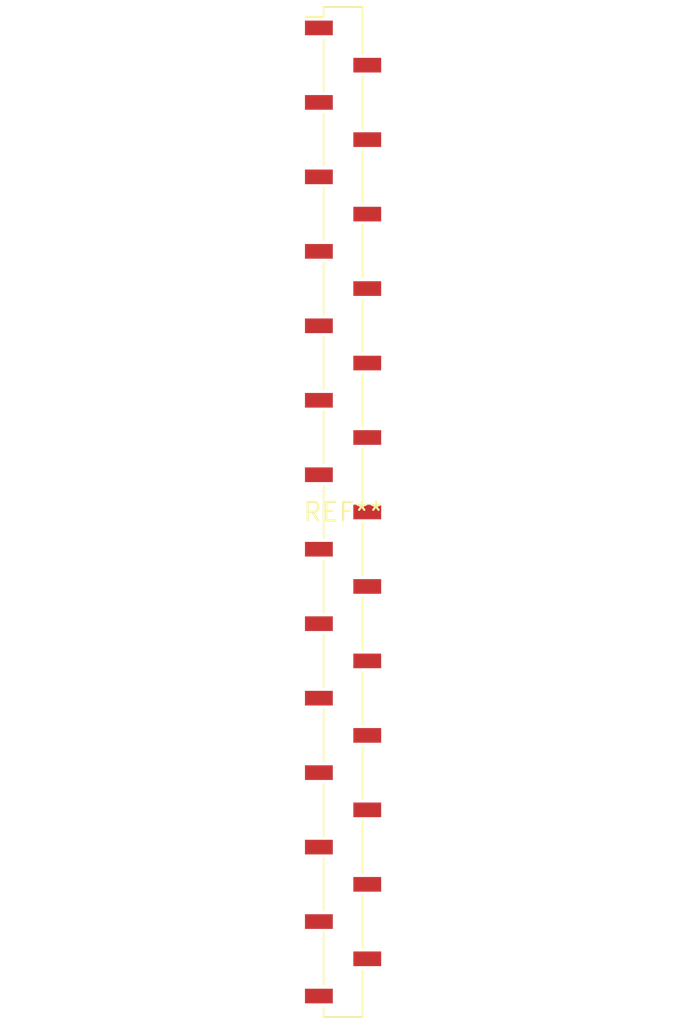
<source format=kicad_pcb>
(kicad_pcb (version 20240108) (generator pcbnew)
  (layers (0 "F.Cu" signal) (31 "B.Cu" signal) (34 "B.Paste" user) (35 "F.Paste" user) (36 "B.SilkS" user "B.Silkscreen") (37 "F.SilkS" user "F.Silkscreen") (38 "B.Mask" user) (39 "F.Mask" user) (44 "Edge.Cuts" user))
  (net 0 "")
  (footprint "PinSocket_1x27_P2.54mm_Vertical_SMD_Pin1Left" (layer "F.Cu") (at 0 0)
    (property "Reference" "REF**")
    (property "Value" "PinSocket_1x27_P2.54mm_Vertical_SMD_Pin1Left")
    (fp_line (start -2.54 -33.78) (end -1.33 -33.78) (layer "F.SilkS") (stroke (width 0.12)))
    (fp_line (start -1.33 -34.45) (end -1.33 -33.78) (layer "F.SilkS") (stroke (width 0.12)))
    (fp_line (start -1.33 -34.45) (end 1.33 -34.45) (layer "F.SilkS") (stroke (width 0.12)))
    (fp_line (start -1.33 -32.26) (end -1.33 -28.7) (layer "F.SilkS") (stroke (width 0.12)))
    (fp_line (start -1.33 -27.18) (end -1.33 -23.62) (layer "F.SilkS") (stroke (width 0.12)))
    (fp_line (start -1.33 -22.1) (end -1.33 -18.54) (layer "F.SilkS") (stroke (width 0.12)))
    (fp_line (start -1.33 -17.02) (end -1.33 -13.46) (layer "F.SilkS") (stroke (width 0.12)))
    (fp_line (start -1.33 -11.94) (end -1.33 -8.38) (layer "F.SilkS") (stroke (width 0.12)))
    (fp_line (start -1.33 -6.86) (end -1.33 -3.3) (layer "F.SilkS") (stroke (width 0.12)))
    (fp_line (start -1.33 -1.78) (end -1.33 1.78) (layer "F.SilkS") (stroke (width 0.12)))
    (fp_line (start -1.33 3.3) (end -1.33 6.86) (layer "F.SilkS") (stroke (width 0.12)))
    (fp_line (start -1.33 8.38) (end -1.33 11.94) (layer "F.SilkS") (stroke (width 0.12)))
    (fp_line (start -1.33 13.46) (end -1.33 17.02) (layer "F.SilkS") (stroke (width 0.12)))
    (fp_line (start -1.33 18.54) (end -1.33 22.1) (layer "F.SilkS") (stroke (width 0.12)))
    (fp_line (start -1.33 23.62) (end -1.33 27.18) (layer "F.SilkS") (stroke (width 0.12)))
    (fp_line (start -1.33 28.7) (end -1.33 32.26) (layer "F.SilkS") (stroke (width 0.12)))
    (fp_line (start -1.33 33.78) (end -1.33 34.45) (layer "F.SilkS") (stroke (width 0.12)))
    (fp_line (start -1.33 34.45) (end 1.33 34.45) (layer "F.SilkS") (stroke (width 0.12)))
    (fp_line (start 1.33 -34.45) (end 1.33 -31.24) (layer "F.SilkS") (stroke (width 0.12)))
    (fp_line (start 1.33 -29.72) (end 1.33 -26.16) (layer "F.SilkS") (stroke (width 0.12)))
    (fp_line (start 1.33 -24.64) (end 1.33 -21.08) (layer "F.SilkS") (stroke (width 0.12)))
    (fp_line (start 1.33 -19.56) (end 1.33 -16) (layer "F.SilkS") (stroke (width 0.12)))
    (fp_line (start 1.33 -14.48) (end 1.33 -10.92) (layer "F.SilkS") (stroke (width 0.12)))
    (fp_line (start 1.33 -9.4) (end 1.33 -5.84) (layer "F.SilkS") (stroke (width 0.12)))
    (fp_line (start 1.33 -4.32) (end 1.33 -0.76) (layer "F.SilkS") (stroke (width 0.12)))
    (fp_line (start 1.33 0.76) (end 1.33 4.32) (layer "F.SilkS") (stroke (width 0.12)))
    (fp_line (start 1.33 5.84) (end 1.33 9.4) (layer "F.SilkS") (stroke (width 0.12)))
    (fp_line (start 1.33 10.92) (end 1.33 14.48) (layer "F.SilkS") (stroke (width 0.12)))
    (fp_line (start 1.33 16) (end 1.33 19.56) (layer "F.SilkS") (stroke (width 0.12)))
    (fp_line (start 1.33 21.08) (end 1.33 24.64) (layer "F.SilkS") (stroke (width 0.12)))
    (fp_line (start 1.33 26.16) (end 1.33 29.72) (layer "F.SilkS") (stroke (width 0.12)))
    (fp_line (start 1.33 31.24) (end 1.33 34.45) (layer "F.SilkS") (stroke (width 0.12)))
    (pad "1" smd rect (at -1.65 -33.02) (size 1.9 1) (layers "F.Cu" "F.Paste" "F.Mask"))
    (pad "2" smd rect (at 1.65 -30.48) (size 1.9 1) (layers "F.Cu" "F.Paste" "F.Mask"))
    (pad "3" smd rect (at -1.65 -27.94) (size 1.9 1) (layers "F.Cu" "F.Paste" "F.Mask"))
    (pad "4" smd rect (at 1.65 -25.4) (size 1.9 1) (layers "F.Cu" "F.Paste" "F.Mask"))
    (pad "5" smd rect (at -1.65 -22.86) (size 1.9 1) (layers "F.Cu" "F.Paste" "F.Mask"))
    (pad "6" smd rect (at 1.65 -20.32) (size 1.9 1) (layers "F.Cu" "F.Paste" "F.Mask"))
    (pad "7" smd rect (at -1.65 -17.78) (size 1.9 1) (layers "F.Cu" "F.Paste" "F.Mask"))
    (pad "8" smd rect (at 1.65 -15.24) (size 1.9 1) (layers "F.Cu" "F.Paste" "F.Mask"))
    (pad "9" smd rect (at -1.65 -12.7) (size 1.9 1) (layers "F.Cu" "F.Paste" "F.Mask"))
    (pad "10" smd rect (at 1.65 -10.16) (size 1.9 1) (layers "F.Cu" "F.Paste" "F.Mask"))
    (pad "11" smd rect (at -1.65 -7.62) (size 1.9 1) (layers "F.Cu" "F.Paste" "F.Mask"))
    (pad "12" smd rect (at 1.65 -5.08) (size 1.9 1) (layers "F.Cu" "F.Paste" "F.Mask"))
    (pad "13" smd rect (at -1.65 -2.54) (size 1.9 1) (layers "F.Cu" "F.Paste" "F.Mask"))
    (pad "14" smd rect (at 1.65 0) (size 1.9 1) (layers "F.Cu" "F.Paste" "F.Mask"))
    (pad "15" smd rect (at -1.65 2.54) (size 1.9 1) (layers "F.Cu" "F.Paste" "F.Mask"))
    (pad "16" smd rect (at 1.65 5.08) (size 1.9 1) (layers "F.Cu" "F.Paste" "F.Mask"))
    (pad "17" smd rect (at -1.65 7.62) (size 1.9 1) (layers "F.Cu" "F.Paste" "F.Mask"))
    (pad "18" smd rect (at 1.65 10.16) (size 1.9 1) (layers "F.Cu" "F.Paste" "F.Mask"))
    (pad "19" smd rect (at -1.65 12.7) (size 1.9 1) (layers "F.Cu" "F.Paste" "F.Mask"))
    (pad "20" smd rect (at 1.65 15.24) (size 1.9 1) (layers "F.Cu" "F.Paste" "F.Mask"))
    (pad "21" smd rect (at -1.65 17.78) (size 1.9 1) (layers "F.Cu" "F.Paste" "F.Mask"))
    (pad "22" smd rect (at 1.65 20.32) (size 1.9 1) (layers "F.Cu" "F.Paste" "F.Mask"))
    (pad "23" smd rect (at -1.65 22.86) (size 1.9 1) (layers "F.Cu" "F.Paste" "F.Mask"))
    (pad "24" smd rect (at 1.65 25.4) (size 1.9 1) (layers "F.Cu" "F.Paste" "F.Mask"))
    (pad "25" smd rect (at -1.65 27.94) (size 1.9 1) (layers "F.Cu" "F.Paste" "F.Mask"))
    (pad "26" smd rect (at 1.65 30.48) (size 1.9 1) (layers "F.Cu" "F.Paste" "F.Mask"))
    (pad "27" smd rect (at -1.65 33.02) (size 1.9 1) (layers "F.Cu" "F.Paste" "F.Mask"))
  )
)
</source>
